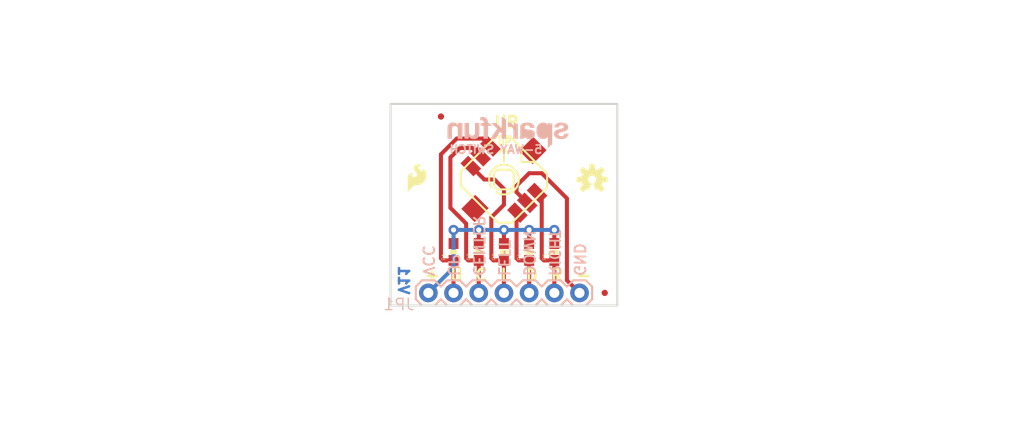
<source format=kicad_pcb>
(kicad_pcb (version 20211014) (generator pcbnew)
  (layers (0 "F.Cu" signal) (31 "B.Cu" signal) (34 "B.Paste" user) (35 "F.Paste" user) (36 "B.SilkS" user "B.Silkscreen") (37 "F.SilkS" user "F.Silkscreen") (38 "B.Mask" user) (39 "F.Mask" user) (44 "Edge.Cuts" user))
  (net 0 "")
  (net 1 "UP")
  (net 2 "DOWN")
  (net 3 "LEFT")
  (net 4 "RIGHT")
  (net 5 "CENTER")
  (net 6 "VCC")
  (net 7 "GND")
  (footprint "boardEagle:MICRO-FIDUCIAL" (layer "F.Cu") (at 158.6611 113.8936)
    (fp_text reference "JP2" hide)
    (fp_text value "FIDUCIALUFIDUCIAL" hide)
    (pad "1" smd roundrect (at 0 0) (size 0.635 0.635) (layers "F.Cu" "F.Mask") (roundrect_rratio 0.5))
  )
  (footprint "boardEagle:STAND-OFF" (layer "F.Cu") (at 139.6111 107.5436)
    (fp_text reference "JP6" hide)
    (fp_text value "STAND-OFF" hide)
    (pad "" np_thru_hole circle (at 0 0) (size 3.302 3.302) (drill 3.302) (layers *.Cu *.Mask))
  )
  (footprint "boardEagle:JOYSTICK_MINI" (layer "F.Cu") (at 148.5011 102.4636 -45)
    (fp_text reference "S1" (at -2.5 -3.8 -45) (layer "F.SilkS") (effects (font (size 0.373888 0.373888) (thickness 0.032512)) (justify left bottom)))
    (fp_text value "5-WAY-TACTILE-SWITCH")
    (fp_text user "UP" (at -2.9 -1.9) (layer "F.SilkS") (effects (font (size 0.65024 0.65024) (thickness 0.16256)) (justify left bottom)))
    (fp_line (start -2.2 -2.2) (end -2.2 -1.6) (layer "F.SilkS") (width 0.2032))
    (fp_line (start 3.65 -2.5) (end 3.65 2.5) (layer "F.SilkS") (width 0.2032))
    (fp_line (start -2.2 -2.2) (end -1.6 -2.2) (layer "F.SilkS") (width 0.2032))
    (fp_line (start 1.046446 -0.353553) (end 0.353553 -1.046446) (layer "F.SilkS") (width 0.2032))
    (fp_line (start 0.353553 1.046446) (end 1.046446 0.353553) (layer "F.SilkS") (width 0.2032))
    (fp_line (start -1.046446 0.353553) (end -0.353553 1.046446) (layer "F.SilkS") (width 0.2032))
    (fp_line (start 3.65 2.5) (end 2.65 3.5) (layer "F.SilkS") (width 0.2032))
    (fp_line (start 1 -3.5) (end 2.65 -3.5) (layer "F.SilkS") (width 0.2032))
    (fp_line (start -1.3 -1.3) (end -2.2 -2.2) (layer "F.SilkS") (width 0.2032))
    (fp_line (start -1 -3.5) (end 1 -3.5) (layer "F.SilkS") (width 0.2032))
    (fp_line (start -2.65 3.5) (end -3.65 2.5) (layer "F.SilkS") (width 0.2032))
    (fp_line (start 0 -2.5) (end -1 -3.5) (layer "F.SilkS") (width 0.2032))
    (fp_line (start -3.65 2.5) (end -3.65 -2.5) (layer "F.SilkS") (width 0.2032))
    (fp_line (start 0 -2.5) (end 1 -3.5) (layer "F.SilkS") (width 0.2032))
    (fp_line (start -0.353553 -1.046446) (end -1.046446 -0.353553) (layer "F.SilkS") (width 0.2032))
    (fp_line (start 2.65 -3.5) (end 3.65 -2.5) (layer "F.SilkS") (width 0.2032))
    (fp_line (start 2.65 3.5) (end -2.65 3.5) (layer "F.SilkS") (width 0.2032))
    (fp_line (start -3.65 -2.5) (end -2.65 -3.5) (layer "F.SilkS") (width 0.2032))
    (fp_line (start -2.65 -3.5) (end -1 -3.5) (layer "F.SilkS") (width 0.2032))
    (fp_arc (start 1.046446 -0.353553) (mid 1.192892 0) (end 1.046446 0.353553) (layer "F.SilkS") (width 0.2032))
    (fp_arc (start -1.046446 0.353553) (mid -1.192892 0) (end -1.046446 -0.353553) (layer "F.SilkS") (width 0.2032))
    (fp_arc (start 0.353553 1.046446) (mid 0 1.192892) (end -0.353553 1.046446) (layer "F.SilkS") (width 0.2032))
    (fp_arc (start -0.353553 -1.046446) (mid 0 -1.192892) (end 0.353553 -1.046446) (layer "F.SilkS") (width 0.2032))
    (fp_circle (center 0 0) (end 1.5 0) (layer "F.SilkS") (width 0.2032) (fill none))
    (pad "" np_thru_hole circle (at 0 -1.9 315) (size 0.75 0.75) (drill 0.75) (layers *.Cu *.Mask))
    (pad "" np_thru_hole circle (at 0 1.9 315) (size 1.05 1.05) (drill 1.05) (layers *.Cu *.Mask))
    (pad "A" smd rect (at -3.325 -1.4 315) (size 1.85 1.1) (layers "F.Cu" "F.Paste" "F.Mask") (net 1 "UP"))
    (pad "B" smd rect (at 3.325 -1.4 315) (size 1.85 1.1) (layers "F.Cu" "F.Paste" "F.Mask") (net 4 "RIGHT"))
    (pad "C" smd rect (at -3.325 1.4 315) (size 1.85 1.1) (layers "F.Cu" "F.Paste" "F.Mask") (net 3 "LEFT"))
    (pad "CTR" smd rect (at -3.325 0 315) (size 1.85 1.1) (layers "F.Cu" "F.Paste" "F.Mask") (net 5 "CENTER"))
    (pad "D" smd rect (at 3.325 1.4 315) (size 1.85 1.1) (layers "F.Cu" "F.Paste" "F.Mask") (net 2 "DOWN"))
    (pad "GND" smd rect (at 3.325 0 315) (size 1.85 1.1) (layers "F.Cu" "F.Paste" "F.Mask") (net 7 "GND"))
    (pad "NC" smd rect (at 0 -4.13 315) (size 1.9 2) (layers "F.Cu" "F.Paste" "F.Mask"))
    (pad "NC@0" smd rect (at 0 4.13 315) (size 1.9 2) (layers "F.Cu" "F.Paste" "F.Mask"))
  )
  (footprint "boardEagle:0603-RES" (layer "F.Cu") (at 148.5011 109.7661 90)
    (fp_text reference "R3" (at -0.889 -0.762 90) (layer "F.SilkS") (effects (font (size 0.373888 0.373888) (thickness 0.032512)) (justify left bottom)))
    (fp_text value "10K")
    (fp_poly (pts (xy -0.2286 0.381) (xy 0.2286 0.381) (xy 0.2286 -0.381) (xy -0.2286 -0.381)) (layer "F.SilkS") (width 0) (fill solid))
    (pad "1" smd rect (at -0.85 0 90) (size 1.1 1) (layers "F.Cu" "F.Paste" "F.Mask") (net 3 "LEFT"))
    (pad "2" smd rect (at 0.85 0 90) (size 1.1 1) (layers "F.Cu" "F.Paste" "F.Mask") (net 6 "VCC"))
  )
  (footprint "boardEagle:STAND-OFF" (layer "F.Cu") (at 139.6111 97.3836)
    (fp_text reference "JP5" hide)
    (fp_text value "STAND-OFF" hide)
    (pad "" np_thru_hole circle (at 0 0) (size 3.302 3.302) (drill 3.302) (layers *.Cu *.Mask))
  )
  (footprint "boardEagle:0603-RES" (layer "F.Cu") (at 145.9611 109.7661 90)
    (fp_text reference "R2" (at -0.889 -0.762 90) (layer "F.SilkS") (effects (font (size 0.373888 0.373888) (thickness 0.032512)) (justify left bottom)))
    (fp_text value "10K")
    (fp_poly (pts (xy -0.2286 0.381) (xy 0.2286 0.381) (xy 0.2286 -0.381) (xy -0.2286 -0.381)) (layer "F.SilkS") (width 0) (fill solid))
    (pad "1" smd rect (at -0.85 0 90) (size 1.1 1) (layers "F.Cu" "F.Paste" "F.Mask") (net 5 "CENTER"))
    (pad "2" smd rect (at 0.85 0 90) (size 1.1 1) (layers "F.Cu" "F.Paste" "F.Mask") (net 6 "VCC"))
  )
  (footprint "boardEagle:CREATIVE_COMMONS" (layer "F.Cu") (at 118.0211 127.8636)
    (fp_text reference "U$2" hide)
    (fp_text value "CREATIVE_COMMONS" hide)
  )
  (footprint "boardEagle:0603-RES" (layer "F.Cu") (at 143.4211 109.7661 90)
    (fp_text reference "R1" (at -0.889 -0.762 90) (layer "F.SilkS") (effects (font (size 0.373888 0.373888) (thickness 0.032512)) (justify left bottom)))
    (fp_text value "10K")
    (fp_poly (pts (xy -0.2286 0.381) (xy 0.2286 0.381) (xy 0.2286 -0.381) (xy -0.2286 -0.381)) (layer "F.SilkS") (width 0) (fill solid))
    (pad "1" smd rect (at -0.85 0 90) (size 1.1 1) (layers "F.Cu" "F.Paste" "F.Mask") (net 1 "UP"))
    (pad "2" smd rect (at 0.85 0 90) (size 1.1 1) (layers "F.Cu" "F.Paste" "F.Mask") (net 6 "VCC"))
  )
  (footprint "boardEagle:STAND-OFF" (layer "F.Cu") (at 157.3911 97.3836)
    (fp_text reference "JP3" hide)
    (fp_text value "STAND-OFF" hide)
    (pad "" np_thru_hole circle (at 0 0) (size 3.302 3.302) (drill 3.302) (layers *.Cu *.Mask))
  )
  (footprint "boardEagle:SFE-LOGO-FLAME" (layer "F.Cu") (at 138.8174 103.7336)
    (fp_text reference "JP9" hide)
    (fp_text value "LOGO-SFESK" hide)
    (fp_poly (pts (xy 1.126002 -2.808203) (xy 1.215449 -2.785829) (xy 1.228477 -2.780783) (xy 1.240149 -2.774875) (xy 1.25686 -2.766576) (xy 1.275552 -2.759834) (xy 1.371694 -2.7026) (xy 1.3793 -2.7026) (xy 1.3793 -2.6772) (xy 1.306833 -2.6772) (xy 1.208418 -2.657914) (xy 1.074855 -2.495286) (xy 1.079365 -2.436825) (xy 1.12809 -2.341869) (xy 1.204666 -2.265196) (xy 1.294069 -2.200638) (xy 1.369348 -2.168824) (xy 1.450737 -2.171632) (xy 1.458864 -2.174186) (xy 1.466257 -2.177389) (xy 1.530514 -2.236956) (xy 1.5368 -2.259812) (xy 1.5368 -2.377938) (xy 1.763707 -2.148127) (xy 1.868186 -1.856841) (xy 1.871603 -1.856894) (xy 1.87806 -1.650435) (xy 1.848857 -1.45742) (xy 1.785308 -1.272842) (xy 1.6663 -1.061578) (xy 1.6663 -1.080581) (xy 1.378131 -0.80901) (xy 0.982239 -0.6985) (xy 0.753005 -0.6985) (xy 0.716201 -0.692046) (xy 0.681776 -0.679592) (xy 0.496322 -0.541784) (xy -0.0126 0.03091) (xy -0.0126 -1.52077) (xy 0.060004 -1.761967) (xy 0.168295 -1.865489) (xy 0.307122 -1.917522) (xy 0.4039 -1.925089) (xy 0.499384 -1.917623) (xy 0.55991 -1.908099) (xy 0.557788 -1.884433) (xy 0.522216 -1.885242) (xy 0.501784 -1.876141) (xy 0.420519 -1.817154) (xy 0.400722 -1.79067) (xy 0.390395 -1.7285) (xy 0.400905 -1.665229) (xy 0.421405 -1.625174) (xy 0.452343 -1.592685) (xy 0.546535 -1.54355) (xy 0.652229 -1.531742) (xy 0.742768 -1.550084) (xy 0.82422 -1.589656) (xy 0.92203 -1.754659) (xy 0.907706 -1.848844) (xy 0.850914 -1.930401) (xy 0.584707 -2.263237) (xy 0.561667 -2.510855) (xy 0.627495 -2.621556) (xy 0.629042 -2.623103) (xy 0.778901 -2.74712) (xy 1.032676 -2.817064)) (layer "F.SilkS") (width 0) (fill solid))
  )
  (footprint "boardEagle:0603-RES" (layer "F.Cu") (at 151.0411 109.7661 90)
    (fp_text reference "R4" (at -0.889 -0.762 90) (layer "F.SilkS") (effects (font (size 0.373888 0.373888) (thickness 0.032512)) (justify left bottom)))
    (fp_text value "10K")
    (fp_poly (pts (xy -0.2286 0.381) (xy 0.2286 0.381) (xy 0.2286 -0.381) (xy -0.2286 -0.381)) (layer "F.SilkS") (width 0) (fill solid))
    (pad "1" smd rect (at -0.85 0 90) (size 1.1 1) (layers "F.Cu" "F.Paste" "F.Mask") (net 2 "DOWN"))
    (pad "2" smd rect (at 0.85 0 90) (size 1.1 1) (layers "F.Cu" "F.Paste" "F.Mask") (net 6 "VCC"))
  )
  (footprint "boardEagle:MICRO-FIDUCIAL" (layer "F.Cu") (at 142.1511 96.1136)
    (fp_text reference "JP7" hide)
    (fp_text value "FIDUCIALUFIDUCIAL" hide)
    (pad "1" smd roundrect (at 0 0) (size 0.635 0.635) (layers "F.Cu" "F.Mask") (roundrect_rratio 0.5))
  )
  (footprint "boardEagle:OSHW-LOGO-S" (layer "F.Cu") (at 157.3911 102.4636)
    (fp_text reference "U$1" hide)
    (fp_text value "OSHW-LOGOS" hide)
    (fp_poly (pts (xy 0.301647 -1.061351) (xy 0.42347 -1.022344) (xy 0.537177 -0.963769) (xy 0.92862 -1.282946) (xy 1.282946 -0.92862) (xy 0.961035 -0.533823) (xy 1.057046 -0.302084) (xy 1.5638 -0.250561) (xy 1.5638 0.250561) (xy 1.057046 0.302084) (xy 0.961035 0.533823) (xy 1.282946 0.92862) (xy 0.92862 1.282946) (xy 0.537177 0.96377) (xy 0.356601 1.056794) (xy 0.088679 0.410073) (xy 0.326262 0.2176) (xy 0.373649 0.121468) (xy 0.392729 0.010339) (xy 0.379464 -0.101634) (xy 0.334947 -0.205229) (xy 0.262842 -0.291918) (xy 0.169087 -0.354561) (xy 0.061406 -0.387999) (xy -0.051342 -0.38948) (xy -0.159868 -0.358881) (xy -0.255234 -0.298724) (xy -0.329589 -0.213962) (xy -0.376813 -0.111569) (xy -0.392176 -0.005767) (xy -0.322923 0.222565) (xy -0.249312 0.303773) (xy 0.091677 0.5081) (xy -0.12929 0.5081) (xy -0.355332 1.053732) (xy -0.506597 0.983577) (xy -0.538922 0.965192) (xy -0.92862 1.282946) (xy -1.282946 0.92862) (xy -0.961035 0.533823) (xy -1.057046 0.302084) (xy -1.5638 0.250561) (xy -1.5638 -0.250561) (xy -1.057046 -0.302084) (xy -0.961035 -0.533823) (xy -1.282946 -0.92862) (xy -0.92862 -1.282946) (xy -0.533823 -0.961035) (xy -0.302084 -1.057046) (xy -0.250561 -1.5638) (xy 0.250561 -1.5638)) (layer "F.SilkS") (width 0) (fill solid))
  )
  (footprint "boardEagle:STAND-OFF" (layer "F.Cu") (at 157.3911 107.5436)
    (fp_text reference "JP4" hide)
    (fp_text value "STAND-OFF" hide)
    (pad "" np_thru_hole circle (at 0 0) (size 3.302 3.302) (drill 3.302) (layers *.Cu *.Mask))
  )
  (footprint "boardEagle:0603-RES" (layer "F.Cu") (at 153.5811 109.7661 90)
    (fp_text reference "R5" (at -0.889 -0.762 90) (layer "F.SilkS") (effects (font (size 0.373888 0.373888) (thickness 0.032512)) (justify left bottom)))
    (fp_text value "10K")
    (fp_poly (pts (xy -0.2286 0.381) (xy 0.2286 0.381) (xy 0.2286 -0.381) (xy -0.2286 -0.381)) (layer "F.SilkS") (width 0) (fill solid))
    (pad "1" smd rect (at -0.85 0 90) (size 1.1 1) (layers "F.Cu" "F.Paste" "F.Mask") (net 4 "RIGHT"))
    (pad "2" smd rect (at 0.85 0 90) (size 1.1 1) (layers "F.Cu" "F.Paste" "F.Mask") (net 6 "VCC"))
  )
  (footprint "boardEagle:1X07" (layer "B.Cu") (at 140.8811 113.8936)
    (fp_text reference "JP1" (at -1.3462 1.8288 180) (layer "B.SilkS") (effects (font (size 1.143 1.143) (thickness 0.127)) (justify left bottom mirror)))
    (fp_text value "")
    (fp_line (start 8.255 1.27) (end 8.89 0.635) (layer "B.SilkS") (width 0.2032))
    (fp_line (start 3.175 1.27) (end 3.81 0.635) (layer "B.SilkS") (width 0.2032))
    (fp_line (start 10.795 1.27) (end 11.43 0.635) (layer "B.SilkS") (width 0.2032))
    (fp_line (start -0.635 1.27) (end -1.27 0.635) (layer "B.SilkS") (width 0.2032))
    (fp_line (start 8.89 -0.635) (end 8.255 -1.27) (layer "B.SilkS") (width 0.2032))
    (fp_line (start 13.97 -0.635) (end 14.605 -1.27) (layer "B.SilkS") (width 0.2032))
    (fp_line (start 11.43 0.635) (end 12.065 1.27) (layer "B.SilkS") (width 0.2032))
    (fp_line (start 16.51 -0.635) (end 15.875 -1.27) (layer "B.SilkS") (width 0.2032))
    (fp_line (start 16.51 0.635) (end 16.51 -0.635) (layer "B.SilkS") (width 0.2032))
    (fp_line (start 14.605 1.27) (end 13.97 0.635) (layer "B.SilkS") (width 0.2032))
    (fp_line (start 15.875 -1.27) (end 14.605 -1.27) (layer "B.SilkS") (width 0.2032))
    (fp_line (start 5.715 1.27) (end 6.35 0.635) (layer "B.SilkS") (width 0.2032))
    (fp_line (start 13.335 1.27) (end 13.97 0.635) (layer "B.SilkS") (width 0.2032))
    (fp_line (start 1.27 -0.635) (end 0.635 -1.27) (layer "B.SilkS") (width 0.2032))
    (fp_line (start 3.81 -0.635) (end 3.175 -1.27) (layer "B.SilkS") (width 0.2032))
    (fp_line (start 8.255 -1.27) (end 6.985 -1.27) (layer "B.SilkS") (width 0.2032))
    (fp_line (start 1.905 -1.27) (end 1.27 -0.635) (layer "B.SilkS") (width 0.2032))
    (fp_line (start 4.445 1.27) (end 5.715 1.27) (layer "B.SilkS") (width 0.2032))
    (fp_line (start 6.35 -0.635) (end 5.715 -1.27) (layer "B.SilkS") (width 0.2032))
    (fp_line (start 15.875 1.27) (end 16.51 0.635) (layer "B.SilkS") (width 0.2032))
    (fp_line (start 5.715 -1.27) (end 4.445 -1.27) (layer "B.SilkS") (width 0.2032))
    (fp_line (start 9.525 -1.27) (end 8.89 -0.635) (layer "B.SilkS") (width 0.2032))
    (fp_line (start -1.27 0.635) (end -1.27 -0.635) (layer "B.SilkS") (width 0.2032))
    (fp_line (start 12.065 -1.27) (end 11.43 -0.635) (layer "B.SilkS") (width 0.2032))
    (fp_line (start 12.065 1.27) (end 13.335 1.27) (layer "B.SilkS") (width 0.2032))
    (fp_line (start 1.27 0.635) (end 1.905 1.27) (layer "B.SilkS") (width 0.2032))
    (fp_line (start 6.985 1.27) (end 6.35 0.635) (layer "B.SilkS") (width 0.2032))
    (fp_line (start -0.635 1.27) (end 0.635 1.27) (layer "B.SilkS") (width 0.2032))
    (fp_line (start 6.985 1.27) (end 8.255 1.27) (layer "B.SilkS") (width 0.2032))
    (fp_line (start 0.635 1.27) (end 1.27 0.635) (layer "B.SilkS") (width 0.2032))
    (fp_line (start 8.89 0.635) (end 9.525 1.27) (layer "B.SilkS") (width 0.2032))
    (fp_line (start 13.97 -0.635) (end 13.335 -1.27) (layer "B.SilkS") (width 0.2032))
    (fp_line (start 11.43 -0.635) (end 10.795 -1.27) (layer "B.SilkS") (width 0.2032))
    (fp_line (start 9.525 1.27) (end 10.795 1.27) (layer "B.SilkS") (width 0.2032))
    (fp_line (start 6.35 -0.635) (end 6.985 -1.27) (layer "B.SilkS") (width 0.2032))
    (fp_line (start 4.445 -1.27) (end 3.81 -0.635) (layer "B.SilkS") (width 0.2032))
    (fp_line (start 14.605 1.27) (end 15.875 1.27) (layer "B.SilkS") (width 0.2032))
    (fp_line (start 3.175 -1.27) (end 1.905 -1.27) (layer "B.SilkS") (width 0.2032))
    (fp_line (start 0.635 -1.27) (end -0.635 -1.27) (layer "B.SilkS") (width 0.2032))
    (fp_line (start 10.795 -1.27) (end 9.525 -1.27) (layer "B.SilkS") (width 0.2032))
    (fp_line (start 3.81 0.635) (end 4.445 1.27) (layer "B.SilkS") (width 0.2032))
    (fp_line (start -1.27 -0.635) (end -0.635 -1.27) (layer "B.SilkS") (width 0.2032))
    (fp_line (start 13.335 -1.27) (end 12.065 -1.27) (layer "B.SilkS") (width 0.2032))
    (fp_line (start 1.905 1.27) (end 3.175 1.27) (layer "B.SilkS") (width 0.2032))
    (pad "1" thru_hole circle (at 0 0 270) (size 1.8796 1.8796) (drill 1.016) (layers *.Cu *.Mask) (net 6 "VCC"))
    (pad "2" thru_hole circle (at 2.54 0 270) (size 1.8796 1.8796) (drill 1.016) (layers *.Cu *.Mask) (net 1 "UP"))
    (pad "3" thru_hole circle (at 5.08 0 270) (size 1.8796 1.8796) (drill 1.016) (layers *.Cu *.Mask) (net 5 "CENTER"))
    (pad "4" thru_hole circle (at 7.62 0 270) (size 1.8796 1.8796) (drill 1.016) (layers *.Cu *.Mask) (net 3 "LEFT"))
    (pad "5" thru_hole circle (at 10.16 0 270) (size 1.8796 1.8796) (drill 1.016) (layers *.Cu *.Mask) (net 2 "DOWN"))
    (pad "6" thru_hole circle (at 12.7 0 270) (size 1.8796 1.8796) (drill 1.016) (layers *.Cu *.Mask) (net 4 "RIGHT"))
    (pad "7" thru_hole circle (at 15.24 0 270) (size 1.8796 1.8796) (drill 1.016) (layers *.Cu *.Mask) (net 7 "GND"))
  )
  (footprint "boardEagle:SFE-NEW-WEB" (layer "B.Cu") (at 155.0099 99.2886 180)
    (fp_text reference "JP10" hide)
    (fp_text value "LOGO-SFENW2" hide)
    (fp_line (start 11.1201 2.5171) (end 11.1201 2.2962) (layer "B.SilkS") (width 0.0254))
    (fp_line (start 11.1379 1.8136) (end 11.1379 0.9449) (layer "B.SilkS") (width 0.0254))
    (fp_line (start 12.1818 0.955) (end 11.7729 0.955) (layer "B.SilkS") (width 0.0254))
    (fp_line (start 11.1379 0.9449) (end 10.7163 0.9449) (layer "B.SilkS") (width 0.0254))
    (fp_line (start 12.1818 2.0091) (end 12.1818 0.955) (layer "B.SilkS") (width 0.0254))
    (fp_line (start 10.7163 2.5171) (end 11.1201 2.5171) (layer "B.SilkS") (width 0.0254))
    (fp_line (start 11.1201 2.2962) (end 11.1277 2.2962) (layer "B.SilkS") (width 0.0254))
    (fp_line (start 10.7163 0.9449) (end 10.7163 2.5171) (layer "B.SilkS") (width 0.0254))
    (fp_line (start 11.7729 0.955) (end 11.7729 1.9202) (layer "B.SilkS") (width 0.0254))
    (fp_arc (start 11.7145 2.1311) (mid 11.664346 2.1894) (end 11.5976 2.2276) (layer "B.SilkS") (width 0.0254))
    (fp_arc (start 11.1684 2.0396) (mid 11.146105 1.962214) (end 11.1379 1.8821) (layer "B.SilkS") (width 0.0254))
    (fp_arc (start 11.2725 2.446) (mid 11.226399 2.404414) (end 11.1862 2.3571) (layer "B.SilkS") (width 0.0254))
    (fp_arc (start 11.1862 2.3571) (mid 11.172158 2.338081) (end 11.1582 2.319) (layer "B.SilkS") (width 0.0254))
    (fp_arc (start 11.1277 2.2962) (mid 11.137379 2.298176) (end 11.1455 2.3038) (layer "B.SilkS") (width 0.0254))
    (fp_arc (start 11.1455 2.3038) (mid 11.152103 2.311188) (end 11.1582 2.319) (layer "B.SilkS") (width 0.0254))
    (fp_arc (start 11.2598 2.1692) (mid 11.206137 2.110016) (end 11.1684 2.0396) (layer "B.SilkS") (width 0.0254))
    (fp_arc (start 12.1488 2.232699) (mid 12.104013 2.336521) (end 12.0345 2.4257) (layer "B.SilkS") (width 0.0254))
    (fp_arc (start 11.4198 2.2327) (mid 11.475702 2.235165) (end 11.5316 2.2377) (layer "B.SilkS") (width 0.0254))
    (fp_arc (start 11.1379 1.8821) (mid 11.137681 1.84785) (end 11.1379 1.8136) (layer "B.SilkS") (width 0.0254))
    (fp_arc (start 11.5672 2.5552) (mid 11.411238 2.523841) (end 11.2725 2.446) (layer "B.SilkS") (width 0.0254))
    (fp_arc (start 11.7678 2.5502) (mid 11.667584 2.556058) (end 11.5672 2.5552) (layer "B.SilkS") (width 0.0254))
    (fp_arc (start 12.0345 2.425699) (mid 11.911985 2.51116) (end 11.7678 2.5502) (layer "B.SilkS") (width 0.0254))
    (fp_arc (start 11.4198 2.2327) (mid 11.334441 2.214452) (end 11.259799 2.1692) (layer "B.SilkS") (width 0.0254))
    (fp_arc (start 12.1818 2.0091) (mid 12.172765 2.122002) (end 12.1488 2.2327) (layer "B.SilkS") (width 0.0254))
    (fp_arc (start 11.5976 2.2276) (mid 11.565101 2.235925) (end 11.5316 2.2377) (layer "B.SilkS") (width 0.0254))
    (fp_arc (start 11.7729 1.9202) (mid 11.758038 2.02962) (end 11.7145 2.1311) (layer "B.SilkS") (width 0.0254))
    (fp_poly (pts (xy 6.1316 2.557116) (xy 6.1316 2.1463) (xy 6.115783 2.1463) (xy 6.10653 2.147054) (xy 6.097893 2.149211) (xy 6.068387 2.157247) (xy 6.038922 2.161538) (xy 5.96265 2.16474) (xy 5.887609 2.16159) (xy 5.731931 2.107297) (xy 5.637642 2.018651) (xy 5.577302 1.903423) (xy 5.5499 1.736362) (xy 5.5499 0.9423) (xy 5.107878 0.9423) (xy 5.110519 2.454146) (xy 5.522 2.527255) (xy 5.522 2.234211) (xy 5.526569 2.235704) (xy 5.544428 2.262537) (xy 5.578841 2.314524) (xy 5.613758 2.367854) (xy 5.686736 2.438162) (xy 5.778008 2.498223) (xy 5.979984 2.565515)) (layer "B.SilkS") (width 0) (fill solid))
    (fp_poly (pts (xy 1.201557 2.290098) (xy 1.414074 2.156268) (xy 1.42383 2.065) (xy 1.01008 2.065) (xy 1.00135 2.126336) (xy 0.936084 2.220524) (xy 0.871818 2.257603) (xy 0.798545 2.2758) (xy 0.628591 2.2758) (xy 0.583991 2.267366) (xy 0.541641 2.251683) (xy 0.51157 2.232098) (xy 0.488615 2.205726) (xy 0.469153 2.152745) (xy 0.474605 2.097619) (xy 0.521549 2.031824) (xy 0.664468 1.962838) (xy 0.866638 1.922444) (xy 1.206678 1.822687) (xy 1.354318 1.729494) (xy 1.389578 1.692366) (xy 1.416579 1.648151) (xy 1.460229 1.440208) (xy 1.447804 1.4376) (xy 1.460484 1.436955) (xy 1.457817 1.384541) (xy 1.452657 1.33034) (xy 1.371775 1.140043) (xy 1.14885 0.969822) (xy 1.013381 0.927267) (xy 0.74708 0.904177) (xy 0.617383 0.909691) (xy 0.487493 0.922202) (xy 0.306845 0.984179) (xy 0.185213 1.061804) (xy 0.109225 1.132023) (xy 0.056988 1.2215) (xy 0.013059 1.350644) (xy 0.002577 1.410659) (xy -0.00152 1.469003) (xy 0.738195 1.10308) (xy 1.120535 1.189415) (xy 1.224069 1.497645) (xy 0.809011 1.723764) (xy 0.364394 1.98847) (xy 0.308075 2.310537) (xy 0.741882 2.423672)) (layer "B.SilkS") (width 0) (fill solid))
    (fp_poly (pts (xy 11.770768 2.56283) (xy 12.043428 2.435548) (xy 12.160999 2.237024) (xy 12.1945 2.010032) (xy 12.1945 0.9423) (xy 11.7602 0.9423) (xy 11.7602 1.918474) (xy 11.70302 2.124971) (xy 11.656141 2.179464) (xy 11.593345 2.215403) (xy 11.53092 2.224956) (xy 11.476269 2.222478) (xy 11.422495 2.220106) (xy 11.268 2.158791) (xy 11.18035 2.034508) (xy 11.1506 1.880883) (xy 11.1506 0.9322) (xy 10.7036 0.9322) (xy 10.7036 2.5298) (xy 11.1328 2.5298) (xy 11.1328 2.310454) (xy 11.136857 2.313263) (xy 11.148195 2.326834) (xy 11.161924 2.345602) (xy 11.176241 2.364992) (xy 11.217267 2.413279) (xy 11.265048 2.456381) (xy 11.406772 2.535896) (xy 11.566093 2.567932)) (layer "B.SilkS") (width 0) (fill solid))
    (fp_poly (pts (xy 8.809435 3.119895) (xy 8.875117 3.1166) (xy 8.89 3.1166) (xy 8.89 2.7889) (xy 8.869112 2.7889) (xy 8.841108 2.7915) (xy 8.660351 2.7915) (xy 8.587936 2.740064) (xy 8.571192 2.699602) (xy 8.5649 2.653436) (xy 8.5649 2.5273) (xy 8.8621 2.5273) (xy 8.8621 2.2352) (xy 8.5623 2.2352) (xy 8.5623 0.9322) (xy 8.1204 0.9322) (xy 8.1204 2.232779) (xy 7.70383 2.235391) (xy 7.995739 2.5273) (xy 8.1255 2.5273) (xy 8.1255 2.560826) (xy 8.143432 2.77702) (xy 8.219199 2.938937) (xy 8.324367 3.032939) (xy 8.449534 3.095959) (xy 8.586403 3.1242) (xy 8.743112 3.1242)) (layer "B.SilkS") (width 0) (fill solid))
    (fp_poly (pts (xy 6.7335 1.97376) (xy 7.284539 2.5248) (xy 7.78835 2.5248) (xy 7.197009 1.946483) (xy 7.869909 0.937183) (xy 7.330929 0.939835) (xy 6.903958 1.643716) (xy 6.7386 1.483032) (xy 6.7386 0.9296) (xy 6.306639 0.9296) (xy 6.2941 0.942139) (xy 6.2941 2.887776) (xy 6.7335 3.138467)) (layer "B.SilkS") (width 0) (fill solid))
    (fp_poly (pts (xy 4.444983 2.544915) (xy 4.588724 2.501712) (xy 4.72259 2.430523) (xy 4.844814 2.271666) (xy 4.859671 2.1819) (xy 4.8616 2.1819) (xy 4.8616 1.6891) (xy 4.864173 1.6891) (xy 4.861603 1.242544) (xy 4.871819 1.108765) (xy 4.906709 0.979276) (xy 4.920484 0.9423) (xy 4.495275 0.9423) (xy 4.477494 0.951279) (xy 4.472002 0.970735) (xy 4.468249 0.985133) (xy 4.446292 1.084946) (xy 4.440321 1.089528) (xy 4.438946 1.088886) (xy 4.309064 0.98859) (xy 4.153188 0.927249) (xy 3.824183 0.906712) (xy 3.683825 0.938256) (xy 3.554173 1.000134) (xy 3.486826 1.05665) (xy 3.437273 1.130532) (xy 3.3807 1.444163) (xy 3.3807 1.446675) (xy 3.401941 1.543624) (xy 3.446308 1.632822) (xy 3.527788 1.722902) (xy 3.632416 1.784766) (xy 3.937258 1.861632) (xy 4.048648 1.873601) (xy 4.159032 1.884616) (xy 4.224808 1.893434) (xy 4.289167 1.907055) (xy 4.336271 1.923637) (xy 4.379043 1.948303) (xy 4.407461 1.974391) (xy 4.413402 1.982997) (xy 4.4171 1.991455) (xy 4.4171 2.14983) (xy 4.358226 2.232254) (xy 4.254396 2.270917) (xy 4.188033 2.274326) (xy 4.120968 2.275774) (xy 4.006679 2.25395) (xy 3.883049 2.131716) (xy 3.8659 2.045941) (xy 3.8659 2.0295) (xy 3.429 2.0295) (xy 3.429 2.040006) (xy 3.418965 2.041638) (xy 3.439259 2.166448) (xy 3.491292 2.283494) (xy 3.571378 2.383462) (xy 3.674008 2.459597) (xy 3.791998 2.513469) (xy 3.916944 2.547448) (xy 4.18103 2.571338)) (layer "B.SilkS") (width 0) (fill solid))
    (fp_poly (pts (xy 2.834651 2.506079) (xy 2.92707 2.450683) (xy 3.011605 2.383731) (xy 3.1267 2.221709) (xy 3.1267 2.263503) (xy 3.219434 1.972794) (xy 3.236098 1.526727) (xy 3.068933 1.135798) (xy 2.975978 1.041462) (xy 2.864973 0.970996) (xy 2.740356 0.92713) (xy 2.372489 0.922) (xy 2.370226 0.922) (xy 2.254471 0.962806) (xy 2.0828 1.127587) (xy 2.0828 -0.010757) (xy 1.6434 0.385552) (xy 1.6434 2.45912) (xy 2.057593 2.537568) (xy 2.055012 2.330538) (xy 2.068304 2.345345) (xy 2.15812 2.442839) (xy 2.234107 2.497896) (xy 2.368681 2.552194) (xy 2.419192 2.562883) (xy 2.620347 2.565422)) (layer "B.SilkS") (width 0) (fill solid))
    (fp_poly (pts (xy 0.803285 2.567895) (xy 0.944243 2.553799) (xy 1.081508 2.516334) (xy 1.193542 2.461399) (xy 1.291841 2.383865) (xy 1.357039 2.297824) (xy 1.377068 2.257603) (xy 1.393653 2.216867) (xy 1.417283 2.151914) (xy 1.353784 2.105111) (xy 1.152335 2.254241) (xy 0.736496 2.387002) (xy 0.372563 2.277101) (xy 0.417885 2.019712) (xy 1.241556 1.540676) (xy 1.263422 1.497067) (xy 1.147655 1.152457) (xy 0.724605 1.058492) (xy -0.038666 1.4605) (xy 0.4115 1.4605) (xy 0.4115 1.443466) (xy 0.420402 1.369907) (xy 0.454647 1.305856) (xy 0.524204 1.243359) (xy 0.610838 1.206018) (xy 0.637726 1.200933) (xy 0.665996 1.198897) (xy 0.7328 1.198389) (xy 0.79791 1.198884) (xy 0.968129 1.258019) (xy 1.007666 1.302193) (xy 1.028603 1.358428) (xy 1.025789 1.425439) (xy 0.995864 1.485288) (xy 0.943734 1.527918) (xy 0.715431 1.605731) (xy 0.533161 1.644154) (xy 0.351479 1.692254) (xy 0.230117 1.743632) (xy 0.122357 1.822697) (xy 0.0457 1.960096) (xy 0.0457 1.963141) (xy 0.038572 2.135467) (xy 0.0838 2.300409) (xy 0.0838 2.303445) (xy 0.206233 2.444416) (xy 0.620397 2.567885) (xy 0.71245 2.568634)) (layer "B.SilkS") (width 0) (fill solid))
    (fp_poly (pts (xy 9.4234 1.520809) (xy 9.472888 1.359974) (xy 9.516069 1.308185) (xy 9.573108 1.271734) (xy 9.714103 1.241374) (xy 9.853529 1.268908) (xy 10.003067 1.442966) (xy 10.033 1.684784) (xy 10.033 2.5273) (xy 10.48 2.5273) (xy 10.48 0.9398) (xy 10.0533 0.9398) (xy 10.0533 1.159713) (xy 9.961626 1.051965) (xy 9.823848 0.946774) (xy 9.797269 0.933513) (xy 9.76873 0.924761) (xy 9.46843 0.899096) (xy 9.311419 0.929258) (xy 9.173895 1.0008) (xy 9.172522 1.0008) (xy 9.155194 1.014756) (xy 9.141833 1.028106) (xy 9.055991 1.150842) (xy 9.0022 1.291099) (xy 8.984 1.439423) (xy 8.984 2.5324) (xy 9.4234 2.5324)) (layer "B.SilkS") (width 0) (fill solid))
  )
  (gr_line (start 159.9311 115.1636) (end 159.9311 94.8436) (layer "Edge.Cuts") (width 0.2032))
  (gr_line (start 137.0711 115.1636) (end 159.9311 115.1636) (layer "Edge.Cuts") (width 0.2032))
  (gr_line (start 137.0711 94.8436) (end 137.0711 115.1636) (layer "Edge.Cuts") (width 0.2032))
  (gr_line (start 159.9311 94.8436) (end 137.0711 94.8436) (layer "Edge.Cuts") (width 0.2032))
  (gr_text "V11" (at 138.9761 111.0361 -90) (layer "B.Cu") (effects (font (size 1.016 1.016) (thickness 0.254)) (justify right top mirror)))
  (gr_text "DOWN" (at 150.4061 112.3061 -90) (layer "B.SilkS") (effects (font (size 1.0795 1.0795) (thickness 0.1905)) (justify left bottom mirror)))
  (gr_text "CENTER" (at 145.3261 112.3061 -90) (layer "B.SilkS") (effects (font (size 1.0795 1.0795) (thickness 0.1905)) (justify left bottom mirror)))
  (gr_text "5-WAY SWITCH" (at 152.4699 99.9236) (layer "B.SilkS") (effects (font (size 0.83312 0.83312) (thickness 0.18288)) (justify left bottom mirror)))
  (gr_text "UP" (at 142.7861 112.3061 -90) (layer "B.SilkS") (effects (font (size 1.0795 1.0795) (thickness 0.1905)) (justify left bottom mirror)))
  (gr_text "LEFT" (at 147.8661 112.3061 -90) (layer "B.SilkS") (effects (font (size 1.0795 1.0795) (thickness 0.1905)) (justify left bottom mirror)))
  (gr_text "RIGHT" (at 152.9461 112.3061 -90) (layer "B.SilkS") (effects (font (size 1.0795 1.0795) (thickness 0.1905)) (justify left bottom mirror)))
  (gr_text "VCC" (at 140.2461 112.3061 -90) (layer "B.SilkS") (effects (font (size 1.0795 1.0795) (thickness 0.1905)) (justify left bottom mirror)))
  (gr_text "GND" (at 155.4861 112.3061 -90) (layer "B.SilkS") (effects (font (size 1.0795 1.0795) (thickness 0.1905)) (justify left bottom mirror)))
  (gr_text "R" (at 153.1049 112.7823) (layer "F.SilkS") (effects (font (size 1.166368 1.166368) (thickness 0.256032)) (justify left bottom)))
  (gr_text "D" (at 150.5649 112.7823) (layer "F.SilkS") (effects (font (size 1.166368 1.166368) (thickness 0.256032)) (justify left bottom)))
  (gr_text "-" (at 155.6449 112.7823) (layer "F.SilkS") (effects (font (size 1.166368 1.166368) (thickness 0.256032)) (justify left bottom)))
  (gr_text "UP" (at 147.386675 97.3836) (layer "F.SilkS") (effects (font (size 1.166368 1.166368) (thickness 0.256032)) (justify left bottom)))
  (gr_text "+" (at 140.4049 112.7824) (layer "F.SilkS") (effects (font (size 1.166368 1.166368) (thickness 0.256032)) (justify left bottom)))
  (gr_text "L" (at 148.0249 112.7823) (layer "F.SilkS") (effects (font (size 1.166368 1.166368) (thickness 0.256032)) (justify left bottom)))
  (gr_text "U" (at 142.9449 112.7823) (layer "F.SilkS") (effects (font (size 1.166368 1.166368) (thickness 0.256032)) (justify left bottom)))
  (gr_text "C" (at 145.4849 112.7823) (layer "F.SilkS") (effects (font (size 1.166368 1.166368) (thickness 0.256032)) (justify left bottom)))
  (segment (start 146.3537 98.3361) (end 147.139918 99.122522) (width 0.4064) (layer "F.Cu") (net 1))
  (segment (start 143.7386 98.3361) (end 146.3537 98.3361) (width 0.4064) (layer "F.Cu") (net 1))
  (segment (start 142.1511 110.4011) (end 142.1511 99.9236) (width 0.4064) (layer "F.Cu") (net 1))
  (segment (start 142.1511 99.9236) (end 143.7386 98.3361) (width 0.4064) (layer "F.Cu") (net 1))
  (segment (start 143.4211 113.8936) (end 143.4211 110.6161) (width 0.4064) (layer "F.Cu") (net 1))
  (segment (start 143.4211 110.6161) (end 142.3661 110.6161) (width 0.4064) (layer "F.Cu") (net 1))
  (segment (start 142.3661 110.6161) (end 142.1511 110.4011) (width 0.4064) (layer "F.Cu") (net 1))
  (segment (start 149.7711 110.4011) (end 149.7711 105.896) (width 0.4064) (layer "F.Cu") (net 2))
  (segment (start 149.9861 110.6161) (end 149.7711 110.4011) (width 0.4064) (layer "F.Cu") (net 2))
  (segment (start 149.7711 105.896) (end 149.862278 105.804682) (width 0.4064) (layer "F.Cu") (net 2))
  (segment (start 151.0411 110.6161) (end 149.9861 110.6161) (width 0.4064) (layer "F.Cu") (net 2))
  (segment (start 151.0411 113.8936) (end 151.0411 110.6161) (width 0.4064) (layer "F.Cu") (net 2))
  (segment (start 148.5011 105.0036) (end 147.2311 106.2736) (width 0.4064) (layer "F.Cu") (net 3))
  (segment (start 146.521196 102.4636) (end 147.5486 102.4636) (width 0.4064) (layer "F.Cu") (net 3))
  (segment (start 148.5011 113.8936) (end 148.5011 110.6161) (width 0.4064) (layer "F.Cu") (net 3))
  (segment (start 145.160018 101.102422) (end 146.521196 102.4636) (width 0.4064) (layer "F.Cu") (net 3))
  (segment (start 147.2311 110.4011) (end 147.4461 110.6161) (width 0.4064) (layer "F.Cu") (net 3))
  (segment (start 148.5011 103.4161) (end 148.5011 105.0036) (width 0.4064) (layer "F.Cu") (net 3))
  (segment (start 147.4461 110.6161) (end 148.5011 110.6161) (width 0.4064) (layer "F.Cu") (net 3))
  (segment (start 147.2311 106.2736) (end 147.2311 110.4011) (width 0.4064) (layer "F.Cu") (net 3))
  (segment (start 147.5486 102.4636) (end 148.5011 103.4161) (width 0.4064) (layer "F.Cu") (net 3))
  (segment (start 152.5261 110.6161) (end 152.3111 110.4011) (width 0.4064) (layer "F.Cu") (net 4))
  (segment (start 151.842178 103.824782) (end 152.3111 104.293704) (width 0.4064) (layer "F.Cu") (net 4))
  (segment (start 153.5811 110.6161) (end 152.5261 110.6161) (width 0.4064) (layer "F.Cu") (net 4))
  (segment (start 153.5811 113.8936) (end 153.5811 110.6161) (width 0.4064) (layer "F.Cu") (net 4))
  (segment (start 152.3111 110.4011) (end 152.3111 104.293704) (width 0.4064) (layer "F.Cu") (net 4))
  (segment (start 145.3263 99.2886) (end 146.149968 100.112472) (width 0.4064) (layer "F.Cu") (net 5))
  (segment (start 143.1036 105.3211) (end 143.1036 100.2411) (width 0.4064) (layer "F.Cu") (net 5))
  (segment (start 145.9611 113.8936) (end 145.9611 110.6161) (width 0.4064) (layer "F.Cu") (net 5))
  (segment (start 144.6911 106.9086) (end 143.1036 105.3211) (width 0.4064) (layer "F.Cu") (net 5))
  (segment (start 145.9611 110.6161) (end 144.9061 110.6161) (width 0.4064) (layer "F.Cu") (net 5))
  (segment (start 144.0561 99.2886) (end 145.3263 99.2886) (width 0.4064) (layer "F.Cu") (net 5))
  (segment (start 144.6911 110.4011) (end 144.6911 106.9086) (width 0.4064) (layer "F.Cu") (net 5))
  (segment (start 144.9061 110.6161) (end 144.6911 110.4011) (width 0.4064) (layer "F.Cu") (net 5))
  (segment (start 143.1036 100.2411) (end 144.0561 99.2886) (width 0.4064) (layer "F.Cu") (net 5))
  (segment (start 151.0411 107.5436) (end 151.0411 108.9161) (width 0.4064) (layer "F.Cu") (net 6))
  (segment (start 148.5011 107.5436) (end 148.5011 108.9161) (width 0.4064) (layer "F.Cu") (net 6))
  (segment (start 153.5811 107.5436) (end 153.5811 108.9161) (width 0.4064) (layer "F.Cu") (net 6))
  (segment (start 143.4211 107.5436) (end 143.4211 108.9161) (width 0.4064) (layer "F.Cu") (net 6))
  (segment (start 145.9611 107.5436) (end 145.9611 108.9161) (width 0.4064) (layer "F.Cu") (net 6))
  (via (at 153.5811 107.5436) (size 1.016) (drill 0.508) (layers "F.Cu" "B.Cu") (net 6))
  (via (at 148.5011 107.5436) (size 1.016) (drill 0.508) (layers "F.Cu" "B.Cu") (net 6))
  (via (at 145.9611 107.5436) (size 1.016) (drill 0.508) (layers "F.Cu" "B.Cu") (net 6))
  (via (at 143.4211 107.5436) (size 1.016) (drill 0.508) (layers "F.Cu" "B.Cu") (net 6))
  (via (at 151.0411 107.5436) (size 1.016) (drill 0.508) (layers "F.Cu" "B.Cu") (net 6))
  (segment (start 148.5011 107.5436) (end 151.0411 107.5436) (width 0.4064) (layer "B.Cu") (net 6))
  (segment (start 143.4211 107.5436) (end 145.9611 107.5436) (width 0.4064) (layer "B.Cu") (net 6))
  (segment (start 143.4211 111.3536) (end 143.4211 107.5436) (width 0.4064) (layer "B.Cu") (net 6))
  (segment (start 140.8811 113.8936) (end 143.4211 111.3536) (width 0.4064) (layer "B.Cu") (net 6))
  (segment (start 151.0411 107.5436) (end 153.5811 107.5436) (width 0.4064) (layer "B.Cu") (net 6))
  (segment (start 145.9611 107.5436) (end 148.5011 107.5436) (width 0.4064) (layer "B.Cu") (net 6))
  (segment (start 149.7711 103.0986) (end 151.0411 101.8286) (width 0.4064) (layer "F.Cu") (net 7))
  (segment (start 151.0411 101.8286) (end 152.3111 101.8286) (width 0.4064) (layer "F.Cu") (net 7))
  (segment (start 154.8511 104.3686) (end 154.8511 112.6236) (width 0.4064) (layer "F.Cu") (net 7))
  (segment (start 154.8511 112.6236) (end 156.1211 113.8936) (width 0.4064) (layer "F.Cu") (net 7))
  (segment (start 149.7711 103.7336) (end 149.7711 103.0986) (width 0.4064) (layer "F.Cu") (net 7))
  (segment (start 150.852228 104.814732) (end 149.7711 103.7336) (width 0.4064) (layer "F.Cu") (net 7))
  (segment (start 152.3111 101.8286) (end 154.8511 104.3686) (width 0.4064) (layer "F.Cu") (net 7))
)
</source>
